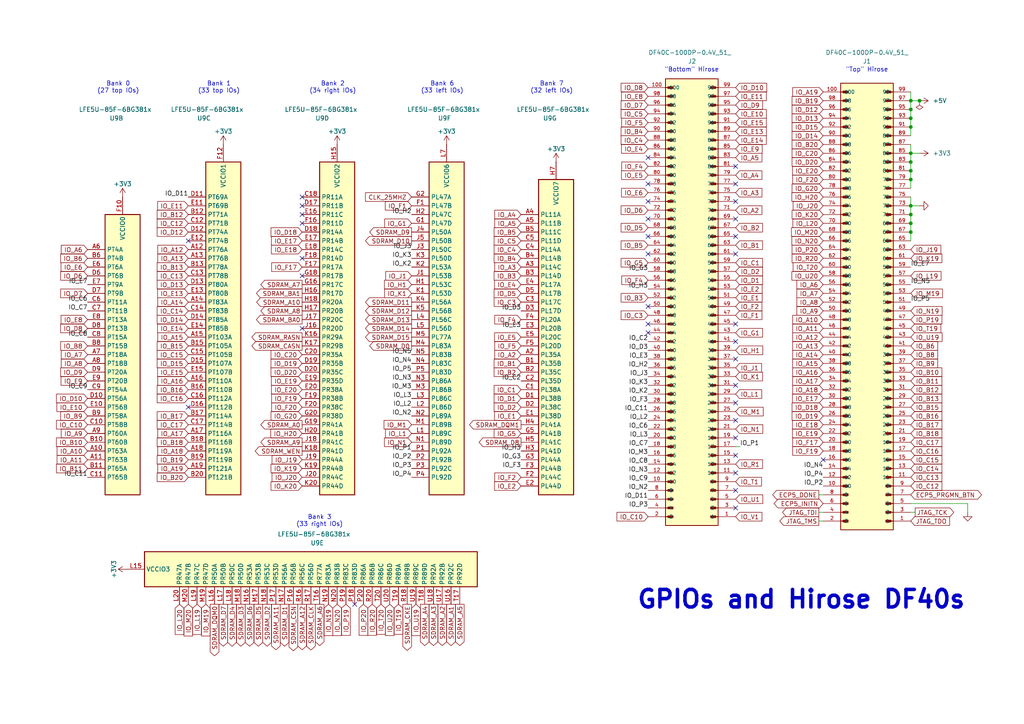
<source format=kicad_sch>
(kicad_sch (version 20231120) (generator "eeschema") (generator_version "8.0")
  (paper "A4")
  (junction (at 266.7 29.21))
  (junction (at 264.16 64.77))
  (junction (at 264.16 29.21))
  (junction (at 264.16 67.31))
  (junction (at 264.16 44.45))
  (junction (at 264.16 46.99))
  (junction (at 264.16 36.83))
  (junction (at 264.16 62.23))
  (junction (at 264.16 31.75))
  (junction (at 264.16 59.69))
  (junction (at 264.16 34.29))
  (junction (at 264.16 52.07))
  (junction (at 264.16 49.53))
  (no_connect (at 187.96 45.72))
  (no_connect (at 213.36 121.92))
  (no_connect (at 213.36 48.26))
  (no_connect (at 87.63 95.25))
  (no_connect (at 213.36 142.24))
  (no_connect (at 213.36 93.98))
  (no_connect (at 187.96 93.98))
  (no_connect (at 187.96 88.9))
  (no_connect (at 187.96 58.42))
  (no_connect (at 213.36 132.08))
  (no_connect (at 187.96 96.52))
  (no_connect (at 213.36 68.58))
  (no_connect (at 187.96 68.58))
  (no_connect (at 187.96 63.5))
  (no_connect (at 213.36 137.16))
  (no_connect (at 87.63 59.69))
  (no_connect (at 187.96 73.66))
  (no_connect (at 213.36 111.76))
  (no_connect (at 187.96 53.34))
  (no_connect (at 213.36 116.84))
  (no_connect (at 87.63 74.93))
  (no_connect (at 213.36 127))
  (no_connect (at 213.36 53.34))
  (no_connect (at 102.87 175.26))
  (no_connect (at 213.36 73.66))
  (no_connect (at 54.61 118.11))
  (no_connect (at 213.36 63.5))
  (no_connect (at 87.63 64.77))
  (no_connect (at 54.61 69.85))
  (no_connect (at 87.63 57.15))
  (no_connect (at 213.36 99.06))
  (no_connect (at 213.36 147.32))
  (no_connect (at 87.63 80.01))
  (no_connect (at 213.36 104.14))
  (no_connect (at 238.76 133.35))
  (no_connect (at 87.63 62.23))
  (no_connect (at 213.36 58.42))
  (wire (pts (xy 237.49 148.59) (xy 238.76 148.59)))
  (wire (pts (xy 280.67 146.05) (xy 264.16 146.05)))
  (wire (pts (xy 264.16 29.21) (xy 264.16 31.75)))
  (wire (pts (xy 237.49 143.51) (xy 238.76 143.51)))
  (wire (pts (xy 266.7 29.21) (xy 264.16 29.21)))
  (wire (pts (xy 280.67 148.59) (xy 280.67 146.05)))
  (wire (pts (xy 264.16 64.77) (xy 264.16 67.31)))
  (wire (pts (xy 264.16 31.75) (xy 264.16 34.29)))
  (wire (pts (xy 264.16 52.07) (xy 264.16 54.61)))
  (wire (pts (xy 265.43 148.59) (xy 264.16 148.59)))
  (wire (pts (xy 264.16 67.31) (xy 264.16 69.85)))
  (wire (pts (xy 264.16 36.83) (xy 264.16 39.37)))
  (wire (pts (xy 264.16 29.21) (xy 264.16 26.67)))
  (wire (pts (xy 264.16 34.29) (xy 264.16 36.83)))
  (wire (pts (xy 264.16 46.99) (xy 264.16 49.53)))
  (wire (pts (xy 264.16 62.23) (xy 264.16 64.77)))
  (wire (pts (xy 264.16 49.53) (xy 264.16 52.07)))
  (wire (pts (xy 214.63 129.54) (xy 213.36 129.54)))
  (wire (pts (xy 264.16 44.45) (xy 264.16 46.99)))
  (wire (pts (xy 264.16 57.15) (xy 264.16 59.69)))
  (wire (pts (xy 264.16 44.45) (xy 266.7 44.45)))
  (wire (pts (xy 266.7 59.69) (xy 264.16 59.69)))
  (wire (pts (xy 264.16 59.69) (xy 264.16 62.23)))
  (wire (pts (xy 264.16 41.91) (xy 264.16 44.45)))
  (wire (pts (xy 237.49 151.13) (xy 238.76 151.13)))
  (text "Bank 6\n(33 left IOs)" (at 128.27 25.4 0) (effects (font (size 1.27 1.27))))
  (text "\"Top\" Hirose" (at 251.46 20.32 0) (effects (font (size 1.27 1.27))))
  (text "Bank 2\n(34 right IOs)" (at 96.52 25.4 0) (effects (font (size 1.27 1.27))))
  (text "GPIOs and Hirose DF40s" (at 232.41 173.99 0) (effects (font (size 5.08 5.08) (bold yes))))
  (text "Bank 1\n(33 top IOs)" (at 63.5 25.4 0) (effects (font (size 1.27 1.27))))
  (text "\"Bottom\" Hirose" (at 200.66 20.32 0) (effects (font (size 1.27 1.27))))
  (text "Bank 3\n(33 right IOs)" (at 92.71 151.13 0) (effects (font (size 1.27 1.27))))
  (text "Bank 7\n(32 left IOs)" (at 160.02 25.4 0) (effects (font (size 1.27 1.27))))
  (text "Bank 0\n(27 top IOs)" (at 34.29 25.4 0) (effects (font (size 1.27 1.27))))
  (label "IO_K2" (at 187.96 114.3 180))
  (label "IO_P1" (at 214.63 129.54 0))
  (label "IO_L2" (at 187.96 121.92 180))
  (label "IO_J3" (at 119.38 72.39 180))
  (label "IO_C8" (at 25.4 97.79 180))
  (label "IO_C6" (at 187.96 124.46 180))
  (label "IO_P2" (at 238.76 140.97 180))
  (label "IO_N5" (at 264.16 82.55 0))
  (label "IO_C11" (at 25.4 138.43 180))
  (label "IO_P3" (at 119.38 135.89 180))
  (label "IO_P1" (at 119.38 130.81 180))
  (label "IO_P4" (at 119.38 138.43 180))
  (label "IO_C9" (at 187.96 139.7 180))
  (label "IO_C6" (at 25.4 87.63 180))
  (label "IO_C2" (at 151.13 110.49 180))
  (label "IO_D3" (at 187.96 101.6 180))
  (label "IO_N2" (at 119.38 120.65 180))
  (label "IO_E7" (at 25.4 82.55 180))
  (label "IO_J3" (at 187.96 109.22 180))
  (label "IO_C11" (at 187.96 119.38 180))
  (label "IO_F3" (at 187.96 116.84 180))
  (label "IO_E3" (at 187.96 104.14 180))
  (label "IO_L3" (at 119.38 115.57 180))
  (label "IO_C7" (at 25.4 90.17 180))
  (label "IO_K2" (at 119.38 77.47 180))
  (label "IO_N3" (at 187.96 137.16 180))
  (label "IO_N4" (at 238.76 135.89 180))
  (label "IO_K3" (at 187.96 111.76 180))
  (label "IO_N5" (at 119.38 102.87 180))
  (label "IO_C7" (at 187.96 129.54 180))
  (label "IO_N2" (at 187.96 142.24 180))
  (label "IO_F3" (at 151.13 135.89 180))
  (label "IO_E3" (at 151.13 95.25 180))
  (label "IO_P5" (at 264.16 87.63 0))
  (label "IO_G3" (at 151.13 133.35 180))
  (label "IO_D11" (at 54.61 57.15 180))
  (label "IO_P3" (at 187.96 147.32 180))
  (label "IO_L2" (at 119.38 118.11 180))
  (label "IO_D3" (at 151.13 90.17 180))
  (label "IO_C9" (at 25.4 113.03 180))
  (label "IO_H2" (at 187.96 106.68 180))
  (label "IO_P5" (at 119.38 107.95 180))
  (label "IO_K3" (at 119.38 74.93 180))
  (label "IO_P4" (at 238.76 138.43 180))
  (label "IO_H2" (at 119.38 62.23 180))
  (label "IO_N4" (at 119.38 105.41 180))
  (label "IO_C2" (at 187.96 99.06 180))
  (label "IO_D11" (at 187.96 144.78 180))
  (label "IO_L3" (at 187.96 127 180))
  (label "IO_H3" (at 151.13 130.81 180))
  (label "IO_N3" (at 119.38 110.49 180))
  (label "IO_H3" (at 187.96 83.82 180))
  (label "IO_M3" (at 187.96 132.08 180))
  (label "IO_P2" (at 119.38 133.35 180))
  (label "IO_E7" (at 264.16 77.47 0))
  (label "IO_G3" (at 187.96 78.74 180))
  (label "IO_C8" (at 187.96 134.62 180))
  (label "IO_M3" (at 119.38 113.03 180))
  (global_label "IO_B13" (shape input) (at 54.61 77.47 180) (property "Intersheetrefs" "${INTERSHEET_REFS}" (effects (hide yes))))
  (global_label "IO_E2" (shape input) (at 213.36 83.82 0) (property "Intersheetrefs" "${INTERSHEET_REFS}" (effects (hide yes))))
  (global_label "IO_D20" (shape input) (at 238.76 46.99 180) (property "Intersheetrefs" "${INTERSHEET_REFS}" (effects (hide yes))))
  (global_label "IO_G5" (shape input) (at 151.13 125.73 180) (property "Intersheetrefs" "${INTERSHEET_REFS}" (effects (hide yes))))
  (global_label "SDRAM_DQM1" (shape output) (at 151.13 123.19 180) (property "Intersheetrefs" "${INTERSHEET_REFS}" (effects (hide yes))))
  (global_label "IO_A9" (shape input) (at 25.4 125.73 180) (property "Intersheetrefs" "${INTERSHEET_REFS}" (effects (hide yes))))
  (global_label "IO_C20" (shape input) (at 238.76 44.45 180) (property "Intersheetrefs" "${INTERSHEET_REFS}" (effects (hide yes))))
  (global_label "IO_B5" (shape input) (at 187.96 71.12 180) (property "Intersheetrefs" "${INTERSHEET_REFS}" (effects (hide yes))))
  (global_label "IO_G1" (shape input) (at 119.38 64.77 180) (property "Intersheetrefs" "${INTERSHEET_REFS}" (effects (hide yes))))
  (global_label "IO_E19" (shape input) (at 87.63 110.49 180) (property "Intersheetrefs" "${INTERSHEET_REFS}" (effects (hide yes))))
  (global_label "IO_A17" (shape input) (at 54.61 125.73 180) (property "Intersheetrefs" "${INTERSHEET_REFS}" (effects (hide yes))))
  (global_label "IO_B17" (shape input) (at 264.16 123.19 0) (property "Intersheetrefs" "${INTERSHEET_REFS}" (effects (hide yes))))
  (global_label "ECP5_INITN" (shape bidirectional) (at 238.76 146.05 180) (property "Intersheetrefs" "${INTERSHEET_REFS}" (effects (hide yes))))
  (global_label "IO_B1" (shape input) (at 213.36 71.12 0) (property "Intersheetrefs" "${INTERSHEET_REFS}" (effects (hide yes))))
  (global_label "IO_E6" (shape input) (at 25.4 77.47 180) (property "Intersheetrefs" "${INTERSHEET_REFS}" (effects (hide yes))))
  (global_label "IO_F4" (shape input) (at 187.96 48.26 180) (property "Intersheetrefs" "${INTERSHEET_REFS}" (effects (hide yes))))
  (global_label "JTAG_TDO" (shape input) (at 264.16 151.13 0) (property "Intersheetrefs" "${INTERSHEET_REFS}" (effects (hide yes))))
  (global_label "IO_B18" (shape input) (at 54.61 128.27 180) (property "Intersheetrefs" "${INTERSHEET_REFS}" (effects (hide yes))))
  (global_label "IO_B19" (shape input) (at 54.61 133.35 180) (property "Intersheetrefs" "${INTERSHEET_REFS}" (effects (hide yes))))
  (global_label "IO_F4" (shape input) (at 151.13 92.71 180) (property "Intersheetrefs" "${INTERSHEET_REFS}" (effects (hide yes))))
  (global_label "SDRAM_A12" (shape output) (at 87.63 175.26 270) (property "Intersheetrefs" "${INTERSHEET_REFS}" (effects (hide yes))))
  (global_label "IO_F1" (shape input) (at 213.36 91.44 0) (property "Intersheetrefs" "${INTERSHEET_REFS}" (effects (hide yes))))
  (global_label "IO_M19" (shape input) (at 59.69 175.26 270) (property "Intersheetrefs" "${INTERSHEET_REFS}" (effects (hide yes))))
  (global_label "IO_G20" (shape input) (at 238.76 54.61 180) (property "Intersheetrefs" "${INTERSHEET_REFS}" (effects (hide yes))))
  (global_label "SDRAM_D14" (shape output) (at 119.38 95.25 180) (property "Intersheetrefs" "${INTERSHEET_REFS}" (effects (hide yes))))
  (global_label "SDRAM_D12" (shape output) (at 119.38 90.17 180) (property "Intersheetrefs" "${INTERSHEET_REFS}" (effects (hide yes))))
  (global_label "IO_E1" (shape input) (at 213.36 86.36 0) (property "Intersheetrefs" "${INTERSHEET_REFS}" (effects (hide yes))))
  (global_label "IO_E9" (shape input) (at 25.4 110.49 180) (property "Intersheetrefs" "${INTERSHEET_REFS}" (effects (hide yes))))
  (global_label "IO_A4" (shape input) (at 151.13 62.23 180) (property "Intersheetrefs" "${INTERSHEET_REFS}" (effects (hide yes))))
  (global_label "IO_E5" (shape input) (at 187.96 50.8 180) (property "Intersheetrefs" "${INTERSHEET_REFS}" (effects (hide yes))))
  (global_label "IO_D1" (shape input) (at 213.36 81.28 0) (property "Intersheetrefs" "${INTERSHEET_REFS}" (effects (hide yes))))
  (global_label "IO_N19" (shape input) (at 264.16 90.17 0) (property "Intersheetrefs" "${INTERSHEET_REFS}" (effects (hide yes))))
  (global_label "IO_P20" (shape input) (at 238.76 72.39 180) (property "Intersheetrefs" "${INTERSHEET_REFS}" (effects (hide yes))))
  (global_label "SDRAM_D10" (shape output) (at 119.38 69.85 180) (property "Intersheetrefs" "${INTERSHEET_REFS}" (effects (hide yes))))
  (global_label "IO_D7" (shape input) (at 25.4 85.09 180) (property "Intersheetrefs" "${INTERSHEET_REFS}" (effects (hide yes))))
  (global_label "SDRAM_D8" (shape output) (at 151.13 128.27 180) (property "Intersheetrefs" "${INTERSHEET_REFS}" (effects (hide yes))))
  (global_label "IO_M19" (shape input) (at 264.16 85.09 0) (property "Intersheetrefs" "${INTERSHEET_REFS}" (effects (hide yes))))
  (global_label "SDRAM_D6" (shape output) (at 72.39 175.26 270) (property "Intersheetrefs" "${INTERSHEET_REFS}" (effects (hide yes))))
  (global_label "IO_U19" (shape input) (at 264.16 97.79 0) (property "Intersheetrefs" "${INTERSHEET_REFS}" (effects (hide yes))))
  (global_label "IO_D9" (shape input) (at 213.36 30.48 0) (property "Intersheetrefs" "${INTERSHEET_REFS}" (effects (hide yes))))
  (global_label "IO_B20" (shape input) (at 54.61 138.43 180) (property "Intersheetrefs" "${INTERSHEET_REFS}" (effects (hide yes))))
  (global_label "IO_B8" (shape input) (at 264.16 102.87 0) (property "Intersheetrefs" "${INTERSHEET_REFS}" (effects (hide yes))))
  (global_label "IO_F5" (shape input) (at 187.96 35.56 180) (property "Intersheetrefs" "${INTERSHEET_REFS}" (effects (hide yes))))
  (global_label "IO_K1" (shape input) (at 213.36 109.22 0) (property "Intersheetrefs" "${INTERSHEET_REFS}" (effects (hide yes))))
  (global_label "IO_H20" (shape input) (at 87.63 125.73 180) (property "Intersheetrefs" "${INTERSHEET_REFS}" (effects (hide yes))))
  (global_label "IO_D14" (shape input) (at 54.61 92.71 180) (property "Intersheetrefs" "${INTERSHEET_REFS}" (effects (hide yes))))
  (global_label "IO_B16" (shape input) (at 54.61 113.03 180) (property "Intersheetrefs" "${INTERSHEET_REFS}" (effects (hide yes))))
  (global_label "IO_A18" (shape input) (at 238.76 113.03 180) (property "Intersheetrefs" "${INTERSHEET_REFS}" (effects (hide yes))))
  (global_label "IO_H1" (shape input) (at 119.38 82.55 180) (property "Intersheetrefs" "${INTERSHEET_REFS}" (effects (hide yes))))
  (global_label "IO_L1" (shape input) (at 213.36 114.3 0) (property "Intersheetrefs" "${INTERSHEET_REFS}" (effects (hide yes))))
  (global_label "IO_C16" (shape input) (at 54.61 115.57 180) (property "Intersheetrefs" "${INTERSHEET_REFS}" (effects (hide yes))))
  (global_label "IO_K19" (shape input) (at 264.16 74.93 0) (property "Intersheetrefs" "${INTERSHEET_REFS}" (effects (hide yes))))
  (global_label "IO_D8" (shape input) (at 25.4 95.25 180) (property "Intersheetrefs" "${INTERSHEET_REFS}" (effects (hide yes))))
  (global_label "IO_A7" (shape input) (at 238.76 85.09 180) (property "Intersheetrefs" "${INTERSHEET_REFS}" (effects (hide yes))))
  (global_label "IO_D12" (shape input) (at 238.76 31.75 180) (property "Intersheetrefs" "${INTERSHEET_REFS}" (effects (hide yes))))
  (global_label "IO_G5" (shape input) (at 187.96 76.2 180) (property "Intersheetrefs" "${INTERSHEET_REFS}" (effects (hide yes))))
  (global_label "IO_B9" (shape input) (at 264.16 105.41 0) (property "Intersheetrefs" "${INTERSHEET_REFS}" (effects (hide yes))))
  (global_label "IO_F19" (shape input) (at 87.63 115.57 180) (property "Intersheetrefs" "${INTERSHEET_REFS}" (effects (hide yes))))
  (global_label "SDRAM_A3" (shape output) (at 125.73 175.26 270) (property "Intersheetrefs" "${INTERSHEET_REFS}" (effects (hide yes))))
  (global_label "IO_E9" (shape input) (at 213.36 43.18 0) (property "Intersheetrefs" "${INTERSHEET_REFS}" (effects (hide yes))))
  (global_label "IO_B20" (shape input) (at 238.76 41.91 180) (property "Intersheetrefs" "${INTERSHEET_REFS}" (effects (hide yes))))
  (global_label "IO_A9" (shape input) (at 238.76 90.17 180) (property "Intersheetrefs" "${INTERSHEET_REFS}" (effects (hide yes))))
  (global_label "IO_B10" (shape input) (at 264.16 107.95 0) (property "Intersheetrefs" "${INTERSHEET_REFS}" (effects (hide yes))))
  (global_label "IO_C17" (shape input) (at 54.61 123.19 180) (property "Intersheetrefs" "${INTERSHEET_REFS}" (effects (hide yes))))
  (global_label "IO_E8" (shape input) (at 187.96 27.94 180) (property "Intersheetrefs" "${INTERSHEET_REFS}" (effects (hide yes))))
  (global_label "IO_L19" (shape input) (at 264.16 80.01 0) (property "Intersheetrefs" "${INTERSHEET_REFS}" (effects (hide yes))))
  (global_label "IO_B16" (shape input) (at 264.16 120.65 0) (property "Intersheetrefs" "${INTERSHEET_REFS}" (effects (hide yes))))
  (global_label "IO_B11" (shape input) (at 264.16 110.49 0) (property "Intersheetrefs" "${INTERSHEET_REFS}" (effects (hide yes))))
  (global_label "IO_A7" (shape input) (at 25.4 102.87 180) (property "Intersheetrefs" "${INTERSHEET_REFS}" (effects (hide yes))))
  (global_label "SDRAM_A6" (shape output) (at 92.71 175.26 270) (property "Intersheetrefs" "${INTERSHEET_REFS}" (effects (hide yes))))
  (global_label "IO_F2" (shape input) (at 151.13 138.43 180) (property "Intersheetrefs" "${INTERSHEET_REFS}" (effects (hide yes))))
  (global_label "IO_C14" (shape input) (at 54.61 90.17 180) (property "Intersheetrefs" "${INTERSHEET_REFS}" (effects (hide yes))))
  (global_label "IO_E11" (shape input) (at 54.61 59.69 180) (property "Intersheetrefs" "${INTERSHEET_REFS}" (effects (hide yes))))
  (global_label "JTAG_TMS" (shape output) (at 237.49 151.13 180) (property "Intersheetrefs" "${INTERSHEET_REFS}" (effects (hide yes))))
  (global_label "SDRAM_D9" (shape output) (at 119.38 67.31 180) (property "Intersheetrefs" "${INTERSHEET_REFS}" (effects (hide yes))))
  (global_label "IO_C1" (shape input) (at 213.36 76.2 0) (property "Intersheetrefs" "${INTERSHEET_REFS}" (effects (hide yes))))
  (global_label "IO_B18" (shape input) (at 264.16 125.73 0) (property "Intersheetrefs" "${INTERSHEET_REFS}" (effects (hide yes))))
  (global_label "IO_E14" (shape input) (at 54.61 95.25 180) (property "Intersheetrefs" "${INTERSHEET_REFS}" (effects (hide yes))))
  (global_label "IO_E4" (shape input) (at 187.96 43.18 180) (property "Intersheetrefs" "${INTERSHEET_REFS}" (effects (hide yes))))
  (global_label "IO_B6" (shape input) (at 264.16 100.33 0) (property "Intersheetrefs" "${INTERSHEET_REFS}" (effects (hide yes))))
  (global_label "IO_H1" (shape input) (at 213.36 101.6 0) (property "Intersheetrefs" "${INTERSHEET_REFS}" (effects (hide yes))))
  (global_label "JTAG_TDI" (shape output) (at 237.49 148.59 180) (property "Intersheetrefs" "${INTERSHEET_REFS}" (effects (hide yes))))
  (global_label "IO_E20" (shape input) (at 87.63 113.03 180) (property "Intersheetrefs" "${INTERSHEET_REFS}" (effects (hide yes))))
  (global_label "SDRAM_BA0" (shape output) (at 87.63 92.71 180) (property "Intersheetrefs" "${INTERSHEET_REFS}" (effects (hide yes))))
  (global_label "IO_C15" (shape input) (at 54.61 102.87 180) (property "Intersheetrefs" "${INTERSHEET_REFS}" (effects (hide yes))))
  (global_label "IO_E13" (shape input) (at 213.36 38.1 0) (property "Intersheetrefs" "${INTERSHEET_REFS}" (effects (hide yes))))
  (global_label "IO_C5" (shape input) (at 187.96 33.02 180) (property "Intersheetrefs" "${INTERSHEET_REFS}" (effects (hide yes))))
  (global_label "IO_D19" (shape input) (at 238.76 120.65 180) (property "Intersheetrefs" "${INTERSHEET_REFS}" (effects (hide yes))))
  (global_label "IO_A10" (shape input) (at 238.76 92.71 180) (property "Intersheetrefs" "${INTERSHEET_REFS}" (effects (hide yes))))
  (global_label "IO_C5" (shape input) (at 151.13 69.85 180) (property "Intersheetrefs" "${INTERSHEET_REFS}" (effects (hide yes))))
  (global_label "IO_A14" (shape input) (at 238.76 102.87 180) (property "Intersheetrefs" "${INTERSHEET_REFS}" (effects (hide yes))))
  (global_label "IO_A3" (shape input) (at 151.13 77.47 180) (property "Intersheetrefs" "${INTERSHEET_REFS}" (effects (hide yes))))
  (global_label "IO_J19" (shape input) (at 264.16 72.39 0) (property "Intersheetrefs" "${INTERSHEET_REFS}" (effects (hide yes))))
  (global_label "IO_A5" (shape input) (at 151.13 64.77 180) (property "Intersheetrefs" "${INTERSHEET_REFS}" (effects (hide yes))))
  (global_label "IO_B3" (shape input) (at 151.13 80.01 180) (property "Intersheetrefs" "${INTERSHEET_REFS}" (effects (hide yes))))
  (global_label "IO_E1" (shape input) (at 151.13 120.65 180) (property "Intersheetrefs" "${INTERSHEET_REFS}" (effects (hide yes))))
  (global_label "IO_T19" (shape input) (at 115.57 175.26 270) (property "Intersheetrefs" "${INTERSHEET_REFS}" (effects (hide yes))))
  (global_label "IO_A16" (shape input) (at 54.61 110.49 180) (property "Intersheetrefs" "${INTERSHEET_REFS}" (effects (hide yes))))
  (global_label "IO_C10" (shape input) (at 187.96 149.86 180) (property "Intersheetrefs" "${INTERSHEET_REFS}" (effects (hide yes))))
  (global_label "IO_C3" (shape input) (at 187.96 91.44 180) (property "Intersheetrefs" "${INTERSHEET_REFS}" (effects (hide yes))))
  (global_label "IO_E2" (shape input) (at 151.13 140.97 180) (property "Intersheetrefs" "${INTERSHEET_REFS}" (effects (hide yes))))
  (global_label "IO_F5" (shape input) (at 151.13 100.33 180) (property "Intersheetrefs" "${INTERSHEET_REFS}" (effects (hide yes))))
  (global_label "IO_N19" (shape input) (at 95.25 175.26 270) (property "Intersheetrefs" "${INTERSHEET_REFS}" (effects (hide yes))))
  (global_label "IO_U20" (shape input) (at 113.03 175.26 270) (property "Intersheetrefs" "${INTERSHEET_REFS}" (effects (hide yes))))
  (global_label "SDRAM_A9" (shape output) (at 87.63 128.27 180) (property "Intersheetrefs" "${INTERSHEET_REFS}" (effects (hide yes))))
  (global_label "IO_K20" (shape input) (at 87.63 140.97 180) (property "Intersheetrefs" "${INTERSHEET_REFS}" (effects (hide yes))))
  (global_label "IO_E11" (shape input) (at 213.36 27.94 0) (property "Intersheetrefs" "${INTERSHEET_REFS}" (effects (hide yes))))
  (global_label "IO_D18" (shape input) (at 238.76 118.11 180) (property "Intersheetrefs" "${INTERSHEET_REFS}" (effects (hide yes))))
  (global_label "IO_A11" (shape input) (at 25.4 133.35 180) (property "Intersheetrefs" "${INTERSHEET_REFS}" (effects (hide yes))))
  (global_label "IO_B15" (shape input) (at 54.61 100.33 180) (property "Intersheetrefs" "${INTERSHEET_REFS}" (effects (hide yes))))
  (global_label "IO_D9" (shape input) (at 25.4 107.95 180) (property "Intersheetrefs" "${INTERSHEET_REFS}" (effects (hide yes))))
  (global_label "IO_A8" (shape input) (at 238.76 87.63 180) (property "Intersheetrefs" "${INTERSHEET_REFS}" (effects (hide yes))))
  (global_label "SDRAM_A4" (shape output) (at 123.19 175.26 270) (property "Intersheetrefs" "${INTERSHEET_REFS}" (effects (hide yes))))
  (global_label "IO_F1" (shape input) (at 119.38 59.69 180) (property "Intersheetrefs" "${INTERSHEET_REFS}" (effects (hide yes))))
  (global_label "IO_M1" (shape input) (at 119.38 123.19 180) (property "Intersheetrefs" "${INTERSHEET_REFS}" (effects (hide yes))))
  (global_label "IO_C3" (shape input) (at 151.13 87.63 180) (property "Intersheetrefs" "${INTERSHEET_REFS}" (effects (hide yes))))
  (global_label "SDRAM_A5" (shape output) (at 133.35 175.26 270) (property "Intersheetrefs" "${INTERSHEET_REFS}" (effects (hide yes))))
  (global_label "IO_B15" (shape input) (at 264.16 118.11 0) (property "Intersheetrefs" "${INTERSHEET_REFS}" (effects (hide yes))))
  (global_label "IO_T20" (shape input) (at 110.49 175.26 270) (property "Intersheetrefs" "${INTERSHEET_REFS}" (effects (hide yes))))
  (global_label "IO_P20" (shape input) (at 105.41 175.26 270) (property "Intersheetrefs" "${INTERSHEET_REFS}" (effects (hide yes))))
  (global_label "IO_J20" (shape input) (at 87.63 138.43 180) (property "Intersheetrefs" "${INTERSHEET_REFS}" (effects (hide yes))))
  (global_label "IO_D14" (shape input) (at 238.76 39.37 180) (property "Intersheetrefs" "${INTERSHEET_REFS}" (effects (hide yes))))
  (global_label "IO_E17" (shape input) (at 87.63 69.85 180) (property "Intersheetrefs" "${INTERSHEET_REFS}" (effects (hide yes))))
  (global_label "IO_F2" (shape input) (at 213.36 88.9 0) (property "Intersheetrefs" "${INTERSHEET_REFS}" (effects (hide yes))))
  (global_label "IO_P19" (shape input) (at 264.16 92.71 0) (property "Intersheetrefs" "${INTERSHEET_REFS}" (effects (hide yes))))
  (global_label "IO_F4" (shape input) (at 187.96 81.28 180) (property "Intersheetrefs" "${INTERSHEET_REFS}" (effects (hide yes))))
  (global_label "IO_F19" (shape input) (at 238.76 130.81 180) (property "Intersheetrefs" "${INTERSHEET_REFS}" (effects (hide yes))))
  (global_label "IO_C14" (shape input) (at 264.16 135.89 0) (property "Intersheetrefs" "${INTERSHEET_REFS}" (effects (hide yes))))
  (global_label "IO_B12" (shape input) (at 54.61 62.23 180) (property "Intersheetrefs" "${INTERSHEET_REFS}" (effects (hide yes))))
  (global_label "SDRAM_A11" (shape output) (at 80.01 175.26 270) (property "Intersheetrefs" "${INTERSHEET_REFS}" (effects (hide yes))))
  (global_label "SDRAM_RASN" (shape output) (at 87.63 97.79 180) (property "Intersheetrefs" "${INTERSHEET_REFS}" (effects (hide yes))))
  (global_label "SDRAM_BA1" (shape output) (at 87.63 85.09 180) (property "Intersheetrefs" "${INTERSHEET_REFS}" (effects (hide yes))))
  (global_label "IO_A19" (shape input) (at 54.61 135.89 180) (property "Intersheetrefs" "${INTERSHEET_REFS}" (effects (hide yes))))
  (global_label "SDRAM_D0" (shape output) (at 119.38 100.33 180) (property "Intersheetrefs" "${INTERSHEET_REFS}" (effects (hide yes))))
  (global_label "IO_E5" (shape input) (at 151.13 97.79 180) (property "Intersheetrefs" "${INTERSHEET_REFS}" (effects (hide yes))))
  (global_label "IO_A19" (shape input) (at 238.76 26.67 180) (property "Intersheetrefs" "${INTERSHEET_REFS}" (effects (hide yes))))
  (global_label "IO_J19" (shape input) (at 87.63 133.35 180) (property "Intersheetrefs" "${INTERSHEET_REFS}" (effects (hide yes))))
  (global_label "IO_N20" (shape input) (at 97.79 175.26 270) (property "Intersheetrefs" "${INTERSHEET_REFS}" (effects (hide yes))))
  (global_label "IO_E15" (shape input) (at 213.36 35.56 0) (property "Intersheetrefs" "${INTERSHEET_REFS}" (effects (hide yes))))
  (global_label "IO_E17" (shape input) (at 238.76 115.57 180) (property "Intersheetrefs" "${INTERSHEET_REFS}" (effects (hide yes))))
  (global_label "SDRAM_D4" (shape output) (at 67.31 175.26 270) (property "Intersheetrefs" "${INTERSHEET_REFS}" (effects (hide yes))))
  (global_label "IO_E10" (shape input) (at 25.4 118.11 180) (property "Intersheetrefs" "${INTERSHEET_REFS}" (effects (hide yes))))
  (global_label "IO_B4" (shape input) (at 187.96 38.1 180) (property "Intersheetrefs" "${INTERSHEET_REFS}" (effects (hide yes))))
  (global_label "IO_C17" (shape input) (at 264.16 128.27 0) (property "Intersheetrefs" "${INTERSHEET_REFS}" (effects (hide yes))))
  (global_label "IO_A12" (shape input) (at 238.76 97.79 180) (property "Intersheetrefs" "${INTERSHEET_REFS}" (effects (hide yes))))
  (global_label "IO_J1" (shape input) (at 119.38 80.01 180) (property "Intersheetrefs" "${INTERSHEET_REFS}" (effects (hide yes))))
  (global_label "IO_D15" (shape input) (at 238.76 36.83 180) (property "Intersheetrefs" "${INTERSHEET_REFS}" (effects (hide yes))))
  (global_label "SDRAM_D3" (shape output) (at 69.85 175.26 270) (property "Intersheetrefs" "${INTERSHEET_REFS}" (effects (hide yes))))
  (global_label "IO_C16" (shape input) (at 264.16 130.81 0) (property "Intersheetrefs" "${INTERSHEET_REFS}" (effects (hide yes))))
  (global_label "JTAG_TCK" (shape output) (at 265.43 148.59 0) (property "Intersheetrefs" "${INTERSHEET_REFS}" (effects (hide yes))))
  (global_label "IO_B11" (shape input) (at 25.4 135.89 180) (property "Intersheetrefs" "${INTERSHEET_REFS}" (effects (hide yes))))
  (global_label "IO_J20" (shape input) (at 238.76 59.69 180) (property "Intersheetrefs" "${INTERSHEET_REFS}" (effects (hide yes))))
  (global_label "IO_D13" (shape input) (at 238.76 34.29 180) (property "Intersheetrefs" "${INTERSHEET_REFS}" (effects (hide yes))))
  (global_label "IO_D20" (shape input) (at 87.63 107.95 180) (property "Intersheetrefs" "${INTERSHEET_REFS}" (effects (hide yes))))
  (global_label "IO_E4" (shape input) (at 151.13 82.55 180) (property "Intersheetrefs" "${INTERSHEET_REFS}" (effects (hide yes))))
  (global_label "IO_F17" (shape input) (at 87.63 77.47 180) (property "Intersheetrefs" "${INTERSHEET_REFS}" (effects (hide yes))))
  (global_label "IO_C12" (shape input) (at 264.16 140.97 0) (property "Intersheetrefs" "${INTERSHEET_REFS}" (effects (hide yes))))
  (global_label "IO_E6" (shape input) (at 187.96 55.88 180) (property "Intersheetrefs" "${INTERSHEET_REFS}" (effects (hide yes))))
  (global_label "IO_A10" (shape input) (at 25.4 130.81 180) (property "Intersheetrefs" "${INTERSHEET_REFS}" (effects (hide yes))))
  (global_label "SDRAM_A1" (shape output) (at 130.81 175.26 270) (property "Intersheetrefs" "${INTERSHEET_REFS}" (effects (hide yes))))
  (global_label "IO_T19" (shape input) (at 264.16 95.25 0) (property "Intersheetrefs" "${INTERSHEET_REFS}" (effects (hide yes))))
  (global_label "IO_A15" (shape input) (at 238.76 105.41 180) (property "Intersheetrefs" "${INTERSHEET_REFS}" (effects (hide yes))))
  (global_label "IO_A13" (shape input) (at 238.76 100.33 180) (property "Intersheetrefs" "${INTERSHEET_REFS}" (effects (hide yes))))
  (global_label "SDRAM_D1" (shape output) (at 82.55 175.26 270) (property "Intersheetrefs" "${INTERSHEET_REFS}" (effects (hide yes))))
  (global_label "IO_T20" (shape input) (at 238.76 77.47 180) (property "Intersheetrefs" "${INTERSHEET_REFS}" (effects (hide yes))))
  (global_label "IO_C10" (shape input) (at 25.4 123.19 180) (property "Intersheetrefs" "${INTERSHEET_REFS}" (effects (hide yes))))
  (global_label "IO_D6" (shape input) (at 25.4 80.01 180) (property "Intersheetrefs" "${INTERSHEET_REFS}" (effects (hide yes))))
  (global_label "IO_R1" (shape input) (at 213.36 134.62 0) (property "Intersheetrefs" "${INTERSHEET_REFS}" (effects (hide yes))))
  (global_label "SDRAM_A0" (shape output) (at 87.63 123.19 180) (property "Intersheetrefs" "${INTERSHEET_REFS}" (effects (hide yes))))
  (global_label "SDRAM_DQM0" (shape output) (at 62.23 175.26 270) (property "Intersheetrefs" "${INTERSHEET_REFS}" (effects (hide yes))))
  (global_label "IO_C15" (shape input) (at 264.16 133.35 0) (property "Intersheetrefs" "${INTERSHEET_REFS}" (effects (hide yes))))
  (global_label "IO_B8" (shape input) (at 25.4 100.33 180) (property "Intersheetrefs" "${INTERSHEET_REFS}" (effects (hide yes))))
  (global_label "IO_G1" (shape input) (at 213.36 96.52 0) (property "Intersheetrefs" "${INTERSHEET_REFS}" (effects (hide yes))))
  (global_label "IO_F17" (shape input) (at 238.76 128.27 180) (property "Intersheetrefs" "${INTERSHEET_REFS}" (effects (hide yes))))
  (global_label "IO_B3" (shape input) (at 187.96 86.36 180) (property "Intersheetrefs" "${INTERSHEET_REFS}" (effects (hide yes))))
  (global_label "IO_A6" (shape input) (at 238.76 82.55 180) (property "Intersheetrefs" "${INTERSHEET_REFS}" (effects (hide yes))))
  (global_label "IO_A2" (shape input) (at 151.13 102.87 180) (property "Intersheetrefs" "${INTERSHEET_REFS}" (effects (hide yes))))
  (global_label "IO_E13" (shape input) (at 54.61 85.09 180) (property "Intersheetrefs" "${INTERSHEET_REFS}" (effects (hide yes))))
  (global_label "SDRAM_WEN" (shape output) (at 87.63 130.81 180) (property "Intersheetrefs" "${INTERSHEET_REFS}" (effects (hide yes))))
  (global_label "IO_M20" (shape input) (at 238.76 67.31 180) (property "Intersheetrefs" "${INTERSHEET_REFS}" (effects (hide yes))))
  (global_label "IO_T1" (shape input) (at 213.36 139.7 0) (property "Intersheetrefs" "${INTERSHEET_REFS}" (effects (hide yes))))
  (global_label "IO_A2" (shape input) (at 213.36 60.96 0) (property "Intersheetrefs" "${INTERSHEET_REFS}" (effects (hide yes))))
  (global_label "IO_L20" (shape input) (at 52.07 175.26 270) (property "Intersheetrefs" "${INTERSHEET_REFS}" (effects (hide yes))))
  (global_label "IO_C13" (shape input) (at 264.16 138.43 0) (property "Intersheetrefs" "${INTERSHEET_REFS}" (effects (hide yes))))
  (global_label "IO_C4" (shape input) (at 187.96 40.64 180) (property "Intersheetrefs" "${INTERSHEET_REFS}" (effects (hide yes))))
  (global_label "SDRAM_A8" (shape output) (at 87.63 90.17 180) (property "Intersheetrefs" "${INTERSHEET_REFS}" (effects (hide yes))))
  (global_label "IO_D2" (shape input) (at 151.13 118.11 180) (property "Intersheetrefs" "${INTERSHEET_REFS}" (effects (hide yes))))
  (global_label "IO_A3" (shape input) (at 213.36 55.88 0) (property "Intersheetrefs" "${INTERSHEET_REFS}" (effects (hide yes))))
  (global_label "IO_C12" (shape input) (at 54.61 64.77 180) (property "Intersheetrefs" "${INTERSHEET_REFS}" (effects (hide yes))))
  (global_label "IO_D10" (shape input) (at 213.36 25.4 0) (property "Intersheetrefs" "${INTERSHEET_REFS}" (effects (hide yes))))
  (global_label "IO_D12" (shape input) (at 54.61 67.31 180) (property "Intersheetrefs" "${INTERSHEET_REFS}" (effects (hide yes))))
  (global_label "SDRAM_D13" (shape output) (at 119.38 92.71 180) (property "Intersheetrefs" "${INTERSHEET_REFS}" (effects (hide yes))))
  (global_label "IO_K1" (shape input) (at 119.38 85.09 180) (property "Intersheetrefs" "${INTERSHEET_REFS}" (effects (hide yes))))
  (global_label "SDRAM_A10" (shape output) (at 87.63 87.63 180) (property "Intersheetrefs" "${INTERSHEET_REFS}" (effects (hide yes))))
  (global_label "IO_E15" (shape input) (at 54.61 107.95 180) (property "Intersheetrefs" "${INTERSHEET_REFS}" (effects (hide yes))))
  (global_label "IO_B9" (shape input) (at 25.4 120.65 180) (property "Intersheetrefs" "${INTERSHEET_REFS}" (effects (hide yes))))
  (global_label "IO_D10" (shape input) (at 25.4 115.57 180) (property "Intersheetrefs" "${INTERSHEET_REFS}" (effects (hide yes))))
  (global_label "IO_B2" (shape input) (at 213.36 66.04 0) (property "Intersheetrefs" "${INTERSHEET_REFS}" (effects (hide yes))))
  (global_label "IO_F20" (shape input) (at 238.76 52.07 180) (property "Intersheetrefs" "${INTERSHEET_REFS}" (effects (hide yes))))
  (global_label "IO_D2" (shape input) (at 213.36 78.74 0) (property "Intersheetrefs" "${INTERSHEET_REFS}" (effects (hide yes))))
  (global_label "IO_E18" (shape input) (at 238.76 123.19 180) (property "Intersheetrefs" "${INTERSHEET_REFS}" (effects (hide yes))))
  (global_label "IO_J1" (shape input) (at 213.36 106.68 0) (property "Intersheetrefs" "${INTERSHEET_REFS}" (effects (hide yes))))
  (global_label "IO_N1" (shape input) (at 213.36 124.46 0) (property "Intersheetrefs" "${INTERSHEET_REFS}" (effects (hide yes))))
  (global_label "IO_B5" (shape input) (at 151.13 67.31 180) (property "Intersheetrefs" "${INTERSHEET_REFS}" (effects (hide yes))))
  (global_label "IO_D18" (shape input) (at 87.63 67.31 180) (property "Intersheetrefs" "${INTERSHEET_REFS}" (effects (hide yes))))
  (global_label "IO_D6" (shape input) (at 187.96 60.96 180) (property "Intersheetrefs" "${INTERSHEET_REFS}" (effects (hide yes))))
  (global_label "IO_D7" (shape input) (at 187.96 30.48 180) (property "Intersheetrefs" "${INTERSHEET_REFS}" (effects (hide yes))))
  (global_label "IO_K20" (shape input) (at 238.76 62.23 180) (property "Intersheetrefs" "${INTERSHEET_REFS}" (effects (hide yes))))
  (global_label "IO_L1" (shape input) (at 119.38 125.73 180) (property "Intersheetrefs" "${INTERSHEET_REFS}" (effects (hide yes))))
  (global_label "IO_U20" (shape input) (at 238.76 80.01 180) (property "Intersheetrefs" "${INTERSHEET_REFS}" (effects (hide yes))))
  (global_label "IO_A14" (shape input) (at 54.61 87.63 180) (property "Intersheetrefs" "${INTERSHEET_REFS}" (effects (hide yes))))
  (global_label "IO_D5" (shape input) (at 187.96 66.04 180) (property "Intersheetrefs" "${INTERSHEET_REFS}" (effects (hide yes))))
  (global_label "SDRAM_A2" (shape output) (at 128.27 175.26 270) (property "Intersheetrefs" "${INTERSHEET_REFS}" (effects (hide yes))))
  (global_label "IO_A6" (shape input) (at 25.4 72.39 180) (property "Intersheetrefs" "${INTERSHEET_REFS}" (effects (hide yes))))
  (global_label "SDRAM_CKE" (shape output) (at 118.11 175.26 270) (property "Intersheetrefs" "${INTERSHEET_REFS}" (effects (hide yes))))
  (global_label "IO_A18" (shape input) (at 54.61 130.81 180) (property "Intersheetrefs" "${INTERSHEET_REFS}" (effects (hide yes))))
  (global_label "IO_B13" (shape input) (at 264.16 115.57 0) (property "Intersheetrefs" "${INTERSHEET_REFS}" (effects (hide yes))))
  (global_label "IO_E14" (shape input) (at 213.36 40.64 0) (property "Intersheetrefs" "${INTERSHEET_REFS}" (effects (hide yes))))
  (global_label "IO_B2" (shape input) (at 151.13 107.95 180) (property "Intersheetrefs" "${INTERSHEET_REFS}" (effects (hide yes))))
  (global_label "IO_E18" (shape input) (at 87.63 72.39 180) (property "Intersheetrefs" "${INTERSHEET_REFS}" (effects (hide yes))))
  (global_label "IO_F20" (shape input) (at 87.63 118.11 180) (property "Intersheetrefs" "${INTERSHEET_REFS}" (effects (hide yes))))
  (global_label "IO_B4" (shape input) (at 151.13 74.93 180) (property "Intersheetrefs" "${INTERSHEET_REFS}" (effects (hide yes))))
  (global_label "SDRAM_CSN" (shape output) (at 85.09 175.26 270) (property "Intersheetrefs" "${INTERSHEET_REFS}" (effects (hide yes))))
  (global_label "IO_H20" (shape input) (at 238.76 57.15 180) (property "Intersheetrefs" "${INTERSHEET_REFS}" (effects (hide yes))))
  (global_label "IO_R20" (shape input) (at 107.95 175.26 270) (property "Intersheetrefs" "${INTERSHEET_REFS}" (effects (hide yes))))
  (global_label "IO_P19" (shape input) (at 100.33 175.26 270) (property "Intersheetrefs" "${INTERSHEET_REFS}" (effects (hide yes))))
  (global_label "IO_G20" (shape input) (at 87.63 120.65 180) (property "Intersheetrefs" "${INTERSHEET_REFS}" (effects (hide yes))))
  (global_label "IO_N20" (shape input) (at 238.76 69.85 180) (property "Intersheetrefs" "${INTERSHEET_REFS}" (effects (hide yes))))
  (global_label "IO_R20" (shape input) (at 238.76 74.93 180) (property "Intersheetrefs" "${INTERSHEET_REFS}" (effects (hide yes))))
  (global_label "IO_C1" (shape input) (at 151.13 113.03 180) (property "Intersheetrefs" "${INTERSHEET_REFS}" (effects (hide yes))))
  (global_label "IO_L20" (shape input) (at 238.76 64.77 180) (property "Intersheetrefs" "${INTERSHEET_REFS}" (effects (hide yes))))
  (global_label "ECP5_DONE" (shape output) (at 237.49 143.51 180) (property "Intersheetrefs" "${INTERSHEET_REFS}" (effects (hide yes))))
  (global_label "IO_A15" (shape input) (at 54.61 97.79 180) (property "Intersheetrefs" "${INTERSHEET_REFS}" (effects (hide yes))))
  (global_label "IO_A16" (shape input) (at 238.76 107.95 180) (property "Intersheetrefs" "${INTERSHEET_REFS}" (effects (hide yes))))
  (global_label "IO_A8" (shape input) (at 25.4 105.41 180) (property "Intersheetrefs" "${INTERSHEET_REFS}" (effects (hide yes))))
  (global_label "IO_B12" (shape input) (at 264.16 113.03 0) (property "Intersheetrefs" "${INTERSHEET_REFS}" (effects (hide yes))))
  (global_label "IO_B17" (shape input) (at 54.61 120.65 180) (property "Intersheetrefs" "${INTERSHEET_REFS}" (effects (hide yes))))
  (global_label "IO_E20" (shape input) (at 238.76 49.53 180) (property "Intersheetrefs" "${INTERSHEET_REFS}" (effects (hide yes))))
  (global_label "SDRAM_A7" (shape output) (at 87.63 82.55 180) (property "Intersheetrefs" "${INTERSHEET_REFS}" (effects (hide yes))))
  (global_label "IO_E19" (shape input) (at 238.76 125.73 180) (property "Intersheetrefs" "${INTERSHEET_REFS}" (effects (hide yes))))
  (global_label "SDRAM_CASN" (shape output) (at 87.63 100.33 180) (property "Intersheetrefs" "${INTERSHEET_REFS}" (effects (hide yes))))
  (global_label "SDRAM_D11" (shape output) (at 119.38 87.63 180) (property "Intersheetrefs" "${INTERSHEET_REFS}" (effects (hide yes))))
  (global_label "IO_U1" (shape input) (at 213.36 144.78 0) (property "Intersheetrefs" "${INTERSHEET_REFS}" (effects (hide yes))))
  (global_label "IO_U19" (shape input) (at 120.65 175.26 270) (property "Intersheetrefs" "${INTERSHEET_REFS}" (effects (hide yes))))
  (global_label "IO_A12" (shape input) (at 54.61 72.39 180) (property "Intersheetrefs" "${INTERSHEET_REFS}" (effects (hide yes))))
  (global_label "ECP5_PRGMN_BTN" (shape bidirectional) (at 264.16 143.51 0) (property "Intersheetrefs" "${INTERSHEET_REFS}" (effects (hide yes))))
  (global_label "IO_D15" (shape input) (at 54.61 105.41 180) (property "Intersheetrefs" "${INTERSHEET_REFS}" (effects (hide yes))))
  (global_label "IO_A11" (shape input) (at 238.76 95.25 180) (property "Intersheetrefs" "${INTERSHEET_REFS}" (effects (hide yes))))
  (global_label "IO_D1" (shape input) (at 151.13 115.57 180) (property "Intersheetrefs" "${INTERSHEET_REFS}" (effects (hide yes))))
  (global_label "SDRAM_D5" (shape output) (at 74.93 175.26 270) (property "Intersheetrefs" "${INTERSHEET_REFS}" (effects (hide yes))))
  (global_label "IO_A5" (shape input) (at 213.36 45.72 0) (property "Intersheetrefs" "${INTERSHEET_REFS}" (effects (hide yes))))
  (global_label "IO_A17" (shape input) (at 238.76 110.49 180) (property "Intersheetrefs" "${INTERSHEET_REFS}" (effects (hide yes))))
  (global_label "SDRAM_D15" (shape output) (at 119.38 97.79 180) (property "Intersheetrefs" "${INTERSHEET_REFS}" (effects (hide yes))))
  (global_label "IO_M20" (shape input) (at 54.61 175.26 270) (property "Intersheetrefs" "${INTERSHEET_REFS}" (effects (hide yes))))
  (global_label "IO_D19" (shape input) (at 87.63 105.41 180) (property "Intersheetrefs" "${INTERSHEET_REFS}" (effects (hide yes))))
  (global_label "SDRAM_D7" (shape output) (at 64.77 175.26 270) (property "Intersheetrefs" "${INTERSHEET_REFS}" (effects (hide yes))))
  (global_label "IO_A4" (shape input) (at 213.36 50.8 0) (property "Intersheetrefs" "${INTERSHEET_REFS}" (effects (hide yes))))
  (global_label "IO_A13" (shape input) (at 54.61 74.93 180) (property "Intersheetrefs" "${INTERSHEET_REFS}" (effects (hide yes))))
  (global_label "CLK_25MHZ" (shape input) (at 119.38 57.15 180) (property "Intersheetrefs" "${INTERSHEET_REFS}" (effects (hide yes))))
  (global_label "IO_C20" (shape input) (at 87.63 102.87 180) (property "Intersheetrefs" "${INTERSHEET_REFS}" (effects (hide yes))))
  (global_label "IO_B10" (shape input) (at 25.4 128.27 180) (property "Intersheetrefs" "${INTERSHEET_REFS}" (effects (hide yes))))
  (global_label "IO_V1" (shape input) (at 213.36 149.86 0) (property "Intersheetrefs" "${INTERSHEET_REFS}" (effects (hide yes))))
  (global_label "IO_B6" (shape input) (at 25.4 74.93 180) (property "Intersheetrefs" "${INTERSHEET_REFS}" (effects (hide yes))))
  (global_label "SDRAM_D2" (shape output) (at 77.47 175.26 270) (property "Intersheetrefs" "${INTERSHEET_REFS}" (effects (hide yes))))
  (global_label "IO_D8" (shape input) (at 187.96 25.4 180) (property "Intersheetrefs" "${INTERSHEET_REFS}" (effects (hide yes))))
  (global_label "IO_E8" (shape input) (at 25.4 92.71 180) (property "Intersheetrefs" "${INTERSHEET_REFS}" (effects (hide yes))))
  (global_label "IO_C4" (shape input) (at 151.13 72.39 180) (property "Intersheetrefs" "${INTERSHEET_REFS}" (effects (hide yes))))
  (global_label "SDRAM_CLK" (shape output) (at 90.17 175.26 270) (property "Intersheetrefs" "${INTERSHEET_REFS}" (effects (hide yes))))
  (global_label "IO_M1" (shape input) (at 213.36 119.38 0) (property "Intersheetrefs" "${INTERSHEET_REFS}" (effects (hide yes))))
  (global_label "IO_D5" (shape input) (at 151.13 85.09 180) (property "Intersheetrefs" "${INTERSHEET_REFS}" (effects (hide yes))))
  (global_label "IO_B19" (shape input) (at 238.76 29.21 180) (property "Intersheetrefs" "${INTERSHEET_REFS}" (effects (hide yes))))
  (global_label "IO_N1" (shape input) (at 119.38 128.27 180) (property "Intersheetrefs" "${INTERSHEET_REFS}" (effects (hide yes))))
  (global_label "IO_C13" (shape input) (at 54.61 80.01 180) (property "Intersheetrefs" "${INTERSHEET_REFS}" (effects (hide yes))))
  (global_label "IO_K19" (shape input) (at 87.63 135.89 180) (property "Intersheetrefs" "${INTERSHEET_REFS}" (effects (hide yes))))
  (global_label "IO_E10" (shape input) (at 213.36 33.02 0) (property "Intersheetrefs" "${INTERSHEET_REFS}" (effects (hide yes))))
  (global_label "IO_L19" (shape input) (at 57.15 175.26 270) (property "Intersheetrefs" "${INTERSHEET_REFS}" (effects (hide yes))))
  (global_label "IO_D13" (shape input) (at 54.61 82.55 180) (property "Intersheetrefs" "${INTERSHEET_REFS}" (effects (hide yes))))
  (global_label "IO_B1" (shape input) (at 151.13 105.41 180) (property "Intersheetrefs" "${INTERSHEET_REFS}" (effects (hide yes))))
  (symbol (lib_id "power:+3V3") (at 129.54 41.91 0) (unit 1)
    (property "Reference" "#PWR067" (effects (hide yes)))
    (property "Value" "+3V3" (at 129.54 38.1 0))
    (property "Description" "Power symbol creates a global label with name \"+3V3\"" (effects (hide yes)))
  )
  (symbol (lib_id "FPGA_Lattice:LFE5U-85F-6BG381x") (at 64.77 95.25 0) (unit 3)
    (property "Reference" "U9" (at 57.15 34.29 0) (effects (justify left)))
    (property "Value" "LFE5U-85F-6BG381x" (at 49.53 31.75 0) (effects (justify left)))
    (property "Footprint" "Package_BGA:Lattice_caBGA-381_17.0x17.0mm_Layout20x20_P0.8mm_Ball0.4mm_Pad0.4mm_NSMD" (effects (hide yes)))
    (property "Datasheet" "https://www.latticesemi.com/view_document?document_id=50461" (effects (hide yes)))
    (property "Description" "ECP5 FPGA, 84K LUTs, 1.2V, BGA-381" (effects (hide yes)))
    (property "Mfgr" "Lattice Semiconductor Corporation" (effects (hide yes)))
    (property "MPN" "LFE5U-85F-8BG381C" (effects (hide yes)))
    (property "Digikey" "https://www.digikey.com/en/products/detail/lattice-semiconductor-corporation/LFE5U-85F-8BG381C/5395911" (effects (hide yes)))
  )
  (symbol (lib_id "power:+3V3") (at 266.7 44.45 270) (unit 1)
    (property "Reference" "#PWR021" (effects (hide yes)))
    (property "Value" "+3V3" (at 270.51 44.4499 90) (effects (justify left)))
    (property "Description" "Power symbol creates a global label with name \"+3V3\"" (effects (hide yes)))
  )
  (symbol (lib_id "power:+3V3") (at 64.77 41.91 0) (unit 1)
    (property "Reference" "#PWR011" (effects (hide yes)))
    (property "Value" "+3V3" (at 64.77 38.1 0))
    (property "Description" "Power symbol creates a global label with name \"+3V3\"" (effects (hide yes)))
  )
  (symbol (lib_id "power:+3V3") (at 36.83 165.1 90) (unit 1)
    (property "Reference" "#PWR029" (effects (hide yes)))
    (property "Value" "+3V3" (at 33.02 165.1 0))
    (property "Description" "Power symbol creates a global label with name \"+3V3\"" (effects (hide yes)))
  )
  (symbol (lib_id "DF40C_100DP_0_4V_51_:DF40C-100DP-0.4V_51_") (at 200.66 88.9 180) (unit 1)
    (property "Reference" "J2" (at 201.93 17.78 0) (effects (justify left)))
    (property "Value" "DF40C-100DP-0.4V_51_" (at 212.09 15.24 0) (effects (justify left)))
    (property "Footprint" "DF40C_100DP_0_4V_51_:HIROSE_DF40C-100DP-0.4V_51_" (effects (hide yes)))
    (property "Datasheet" "https://www.hirose.com/en/product/document?clcode=&productname=&series=DF40&documenttype=Catalog&lang=en&documentid=en_DF40_CAT" (effects (hide yes)))
    (property "Description" "Hirose DF40 1.5mm stacked, plug (male)" (effects (hide yes)))
    (property "MAXIMUM_PACKAGE_HEIGHT" "1.29mm" (effects (hide yes)))
    (property "Mfgr" "Hirose Electric Co Ltd" (effects (hide yes)))
    (property "MPN" "DF40C-100DP-0.4V(51)" (effects (hide yes)))
    (property "Digikey" "https://www.digikey.com/en/products/detail/hirose-electric-co-ltd/df40c-100dp-0-4v-51/1969475" (effects (hide yes)))
  )
  (symbol (lib_id "DF40C_100DP_0_4V_51_:DF40C-100DP-0.4V_51_") (at 251.46 90.17 180) (unit 1)
    (property "Reference" "J1" (at 251.46 17.78 0))
    (property "Value" "DF40C-100DP-0.4V_51_" (at 251.46 15.24 0))
    (property "Footprint" "DF40C_100DP_0_4V_51_:HIROSE_DF40C-100DP-0.4V_51_" (effects (hide yes)))
    (property "Datasheet" "https://www.hirose.com/en/product/document?clcode=&productname=&series=DF40&documenttype=Catalog&lang=en&documentid=en_DF40_CAT" (effects (hide yes)))
    (property "Description" "Hirose DF40 1.5mm stacked, plug (male)" (effects (hide yes)))
    (property "MAXIMUM_PACKAGE_HEIGHT" "1.29mm" (effects (hide yes)))
    (property "Mfgr" "Hirose Electric Co Ltd" (effects (hide yes)))
    (property "MPN" "DF40C-100DP-0.4V(51)" (effects (hide yes)))
    (property "Digikey" "https://www.digikey.com/en/products/detail/hirose-electric-co-ltd/df40c-100dp-0-4v-51/1969475" (effects (hide yes)))
  )
  (symbol (lib_id "power:+3V3") (at 35.56 57.15 0) (unit 1)
    (property "Reference" "#PWR065" (effects (hide yes)))
    (property "Value" "+3V3" (at 35.56 53.34 0))
    (property "Description" "Power symbol creates a global label with name \"+3V3\"" (effects (hide yes)))
  )
  (symbol (lib_id "FPGA_Lattice:LFE5U-85F-6BG381x") (at 161.29 97.79 0) (unit 7)
    (property "Reference" "U9" (at 157.48 34.29 0) (effects (justify left)))
    (property "Value" "LFE5U-85F-6BG381x" (at 149.86 31.75 0) (effects (justify left)))
    (property "Footprint" "Package_BGA:Lattice_caBGA-381_17.0x17.0mm_Layout20x20_P0.8mm_Ball0.4mm_Pad0.4mm_NSMD" (effects (hide yes)))
    (property "Datasheet" "https://www.latticesemi.com/view_document?document_id=50461" (effects (hide yes)))
    (property "Description" "ECP5 FPGA, 84K LUTs, 1.2V, BGA-381" (effects (hide yes)))
    (property "Mfgr" "Lattice Semiconductor Corporation" (effects (hide yes)))
    (property "MPN" "LFE5U-85F-8BG381C" (effects (hide yes)))
    (property "Digikey" "https://www.digikey.com/en/products/detail/lattice-semiconductor-corporation/LFE5U-85F-8BG381C/5395911" (effects (hide yes)))
  )
  (symbol (lib_id "FPGA_Lattice:LFE5U-85F-6BG381x") (at 35.56 102.87 0) (unit 2)
    (property "Reference" "U9" (at 31.75 34.29 0) (effects (justify left)))
    (property "Value" "LFE5U-85F-6BG381x" (at 22.86 31.75 0) (effects (justify left)))
    (property "Footprint" "Package_BGA:Lattice_caBGA-381_17.0x17.0mm_Layout20x20_P0.8mm_Ball0.4mm_Pad0.4mm_NSMD" (effects (hide yes)))
    (property "Datasheet" "https://www.latticesemi.com/view_document?document_id=50461" (effects (hide yes)))
    (property "Description" "ECP5 FPGA, 84K LUTs, 1.2V, BGA-381" (effects (hide yes)))
    (property "Mfgr" "Lattice Semiconductor Corporation" (effects (hide yes)))
    (property "MPN" "LFE5U-85F-8BG381C" (effects (hide yes)))
    (property "Digikey" "https://www.digikey.com/en/products/detail/lattice-semiconductor-corporation/LFE5U-85F-8BG381C/5395911" (effects (hide yes)))
  )
  (symbol (lib_id "power:+5V") (at 266.7 29.21 270) (unit 1)
    (property "Reference" "#PWR020" (effects (hide yes)))
    (property "Value" "+5V" (at 270.51 29.2099 90) (effects (justify left)))
    (property "Description" "Power symbol creates a global label with name \"+5V\"" (effects (hide yes)))
  )
  (symbol (lib_id "power:GND") (at 280.67 148.59 0) (unit 1)
    (property "Reference" "#PWR022" (effects (hide yes)))
    (property "Value" "GND" (effects (hide yes)))
    (property "Description" "Power symbol creates a global label with name \"GND\" , ground" (effects (hide yes)))
  )
  (symbol (lib_id "power:GND") (at 266.7 59.69 90) (unit 1)
    (property "Reference" "#PWR018" (effects (hide yes)))
    (property "Value" "GND" (effects (hide yes)))
    (property "Description" "Power symbol creates a global label with name \"GND\" , ground" (effects (hide yes)))
  )
  (symbol (lib_id "power:+3V3") (at 97.79 41.91 0) (unit 1)
    (property "Reference" "#PWR012" (effects (hide yes)))
    (property "Value" "+3V3" (at 97.79 38.1 0))
    (property "Description" "Power symbol creates a global label with name \"+3V3\"" (effects (hide yes)))
  )
  (symbol (lib_id "FPGA_Lattice:LFE5U-85F-6BG381x") (at 129.54 95.25 0) (unit 6)
    (property "Reference" "U9" (at 127 34.29 0) (effects (justify left)))
    (property "Value" "LFE5U-85F-6BG381x" (at 118.11 31.75 0) (effects (justify left)))
    (property "Footprint" "Package_BGA:Lattice_caBGA-381_17.0x17.0mm_Layout20x20_P0.8mm_Ball0.4mm_Pad0.4mm_NSMD" (effects (hide yes)))
    (property "Datasheet" "https://www.latticesemi.com/view_document?document_id=50461" (effects (hide yes)))
    (property "Description" "ECP5 FPGA, 84K LUTs, 1.2V, BGA-381" (effects (hide yes)))
    (property "Mfgr" "Lattice Semiconductor Corporation" (effects (hide yes)))
    (property "MPN" "LFE5U-85F-8BG381C" (effects (hide yes)))
    (property "Digikey" "https://www.digikey.com/en/products/detail/lattice-semiconductor-corporation/LFE5U-85F-8BG381C/5395911" (effects (hide yes)))
  )
  (symbol (lib_id "PCM_4ms_Power-symbol:PWR_FLAG") (at 266.7 29.21 180) (unit 1)
    (property "Reference" "#FLG01" (effects (hide yes)))
    (property "Value" "PWR_FLAG" (effects (hide yes)))
  )
  (symbol (lib_id "FPGA_Lattice:LFE5U-85F-6BG381x") (at 90.17 165.1 90) (unit 5)
    (property "Reference" "U9" (at 93.98 157.48 90) (effects (justify left)))
    (property "Value" "LFE5U-85F-6BG381x" (at 101.6 154.94 90) (effects (justify left)))
    (property "Footprint" "Package_BGA:Lattice_caBGA-381_17.0x17.0mm_Layout20x20_P0.8mm_Ball0.4mm_Pad0.4mm_NSMD" (effects (hide yes)))
    (property "Datasheet" "https://www.latticesemi.com/view_document?document_id=50461" (effects (hide yes)))
    (property "Description" "ECP5 FPGA, 84K LUTs, 1.2V, BGA-381" (effects (hide yes)))
    (property "Mfgr" "Lattice Semiconductor Corporation" (effects (hide yes)))
    (property "MPN" "LFE5U-85F-8BG381C" (effects (hide yes)))
    (property "Digikey" "https://www.digikey.com/en/products/detail/lattice-semiconductor-corporation/LFE5U-85F-8BG381C/5395911" (effects (hide yes)))
  )
  (symbol (lib_id "FPGA_Lattice:LFE5U-85F-6BG381x") (at 97.79 95.25 0) (unit 4)
    (property "Reference" "U9" (at 91.44 34.29 0) (effects (justify left)))
    (property "Value" "LFE5U-85F-6BG381x" (at 82.55 31.75 0) (effects (justify left)))
    (property "Footprint" "Package_BGA:Lattice_caBGA-381_17.0x17.0mm_Layout20x20_P0.8mm_Ball0.4mm_Pad0.4mm_NSMD" (effects (hide yes)))
    (property "Datasheet" "https://www.latticesemi.com/view_document?document_id=50461" (effects (hide yes)))
    (property "Description" "ECP5 FPGA, 84K LUTs, 1.2V, BGA-381" (effects (hide yes)))
    (property "Mfgr" "Lattice Semiconductor Corporation" (effects (hide yes)))
    (property "MPN" "LFE5U-85F-8BG381C" (effects (hide yes)))
    (property "Digikey" "https://www.digikey.com/en/products/detail/lattice-semiconductor-corporation/LFE5U-85F-8BG381C/5395911" (effects (hide yes)))
  )
  (symbol (lib_id "power:+3V3") (at 161.29 46.99 0) (unit 1)
    (property "Reference" "#PWR066" (effects (hide yes)))
    (property "Value" "+3V3" (at 161.29 43.18 0))
    (property "Description" "Power symbol creates a global label with name \"+3V3\"" (effects (hide yes)))
  )
)
</source>
